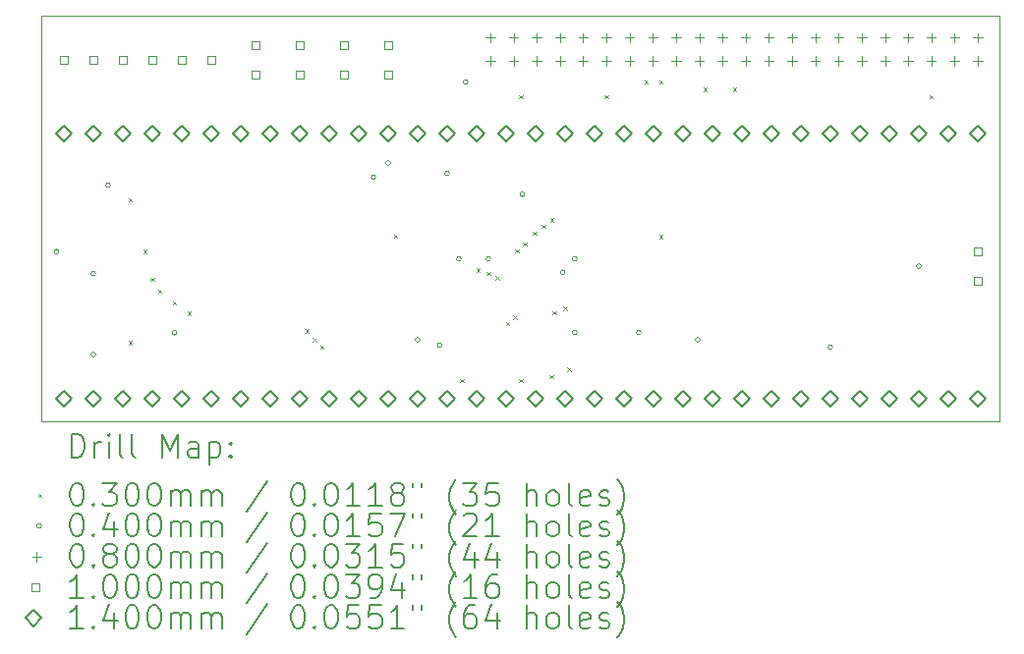
<source format=gbr>
%TF.GenerationSoftware,KiCad,Pcbnew,6.0.8-f2edbf62ab~116~ubuntu22.04.1*%
%TF.CreationDate,2022-10-12T20:14:17+02:00*%
%TF.ProjectId,a500-ide-ram,61353030-2d69-4646-952d-72616d2e6b69,0.2*%
%TF.SameCoordinates,Original*%
%TF.FileFunction,Drillmap*%
%TF.FilePolarity,Positive*%
%FSLAX45Y45*%
G04 Gerber Fmt 4.5, Leading zero omitted, Abs format (unit mm)*
G04 Created by KiCad (PCBNEW 6.0.8-f2edbf62ab~116~ubuntu22.04.1) date 2022-10-12 20:14:17*
%MOMM*%
%LPD*%
G01*
G04 APERTURE LIST*
%ADD10C,0.050000*%
%ADD11C,0.200000*%
%ADD12C,0.030000*%
%ADD13C,0.040000*%
%ADD14C,0.080000*%
%ADD15C,0.100000*%
%ADD16C,0.140000*%
G04 APERTURE END LIST*
D10*
X18669000Y-7558500D02*
X18669000Y-11051000D01*
X18669000Y-7558500D02*
X10414000Y-7558500D01*
X10414000Y-11051000D02*
X18669000Y-11051000D01*
X10414000Y-7558500D02*
X10414000Y-11051000D01*
D11*
D12*
X11161000Y-9130999D02*
X11191000Y-9160999D01*
X11191000Y-9130999D02*
X11161000Y-9160999D01*
X11161000Y-10362900D02*
X11191000Y-10392900D01*
X11191000Y-10362900D02*
X11161000Y-10392900D01*
X11288000Y-9575500D02*
X11318000Y-9605500D01*
X11318000Y-9575500D02*
X11288000Y-9605500D01*
X11349972Y-9816767D02*
X11379972Y-9846767D01*
X11379972Y-9816767D02*
X11349972Y-9846767D01*
X11415000Y-9918500D02*
X11445000Y-9948500D01*
X11445000Y-9918500D02*
X11415000Y-9948500D01*
X11542000Y-10018222D02*
X11572000Y-10048222D01*
X11572000Y-10018222D02*
X11542000Y-10048222D01*
X11669000Y-10105500D02*
X11699000Y-10135500D01*
X11699000Y-10105500D02*
X11669000Y-10135500D01*
X12685000Y-10261048D02*
X12715000Y-10291048D01*
X12715000Y-10261048D02*
X12685000Y-10291048D01*
X12748500Y-10337500D02*
X12778500Y-10367500D01*
X12778500Y-10337500D02*
X12748500Y-10367500D01*
X12812000Y-10401000D02*
X12842000Y-10431000D01*
X12842000Y-10401000D02*
X12812000Y-10431000D01*
X13447000Y-9442150D02*
X13477000Y-9472150D01*
X13477000Y-9442150D02*
X13447000Y-9472150D01*
X14018500Y-10688399D02*
X14048500Y-10718399D01*
X14048500Y-10688399D02*
X14018500Y-10718399D01*
X14158200Y-9734250D02*
X14188200Y-9764250D01*
X14188200Y-9734250D02*
X14158200Y-9764250D01*
X14247100Y-9766000D02*
X14277100Y-9796000D01*
X14277100Y-9766000D02*
X14247100Y-9796000D01*
X14323300Y-9804100D02*
X14353300Y-9834100D01*
X14353300Y-9804100D02*
X14323300Y-9834100D01*
X14412200Y-10197800D02*
X14442200Y-10227800D01*
X14442200Y-10197800D02*
X14412200Y-10227800D01*
X14475700Y-10140650D02*
X14505700Y-10170650D01*
X14505700Y-10140650D02*
X14475700Y-10170650D01*
X14494750Y-9569150D02*
X14524750Y-9599150D01*
X14524750Y-9569150D02*
X14494750Y-9599150D01*
X14526500Y-8240000D02*
X14556500Y-8270000D01*
X14556500Y-8240000D02*
X14526500Y-8270000D01*
X14526500Y-10688399D02*
X14556500Y-10718399D01*
X14556500Y-10688399D02*
X14526500Y-10718399D01*
X14558250Y-9512000D02*
X14588250Y-9542000D01*
X14588250Y-9512000D02*
X14558250Y-9542000D01*
X14647150Y-9416750D02*
X14677150Y-9446750D01*
X14677150Y-9416750D02*
X14647150Y-9446750D01*
X14723350Y-9359600D02*
X14753350Y-9389600D01*
X14753350Y-9359600D02*
X14723350Y-9389600D01*
X14791200Y-10653000D02*
X14821200Y-10683000D01*
X14821200Y-10653000D02*
X14791200Y-10683000D01*
X14793200Y-9302450D02*
X14823200Y-9332450D01*
X14823200Y-9302450D02*
X14793200Y-9332450D01*
X14812250Y-10102550D02*
X14842250Y-10132550D01*
X14842250Y-10102550D02*
X14812250Y-10132550D01*
X14907500Y-10064506D02*
X14937500Y-10094506D01*
X14937500Y-10064506D02*
X14907500Y-10094506D01*
X14939250Y-10591261D02*
X14969250Y-10621261D01*
X14969250Y-10591261D02*
X14939250Y-10621261D01*
X15263802Y-8240012D02*
X15293802Y-8270012D01*
X15293802Y-8240012D02*
X15263802Y-8270012D01*
X15606000Y-8115000D02*
X15636000Y-8145000D01*
X15636000Y-8115000D02*
X15606000Y-8145000D01*
X15733000Y-8115000D02*
X15763000Y-8145000D01*
X15763000Y-8115000D02*
X15733000Y-8145000D01*
X15733000Y-9448500D02*
X15763000Y-9478500D01*
X15763000Y-9448500D02*
X15733000Y-9478500D01*
X16114000Y-8178500D02*
X16144000Y-8208500D01*
X16144000Y-8178500D02*
X16114000Y-8208500D01*
X16368000Y-8178500D02*
X16398000Y-8208500D01*
X16398000Y-8178500D02*
X16368000Y-8208500D01*
X18062901Y-8242000D02*
X18092901Y-8272000D01*
X18092901Y-8242000D02*
X18062901Y-8272000D01*
D13*
X10561000Y-9590500D02*
G75*
G03*
X10561000Y-9590500I-20000J0D01*
G01*
X10878500Y-9781000D02*
G75*
G03*
X10878500Y-9781000I-20000J0D01*
G01*
X10878500Y-10479500D02*
G75*
G03*
X10878500Y-10479500I-20000J0D01*
G01*
X11005500Y-9019000D02*
G75*
G03*
X11005500Y-9019000I-20000J0D01*
G01*
X11577000Y-10289000D02*
G75*
G03*
X11577000Y-10289000I-20000J0D01*
G01*
X13291500Y-8950000D02*
G75*
G03*
X13291500Y-8950000I-20000J0D01*
G01*
X13418500Y-8828500D02*
G75*
G03*
X13418500Y-8828500I-20000J0D01*
G01*
X13672500Y-10352500D02*
G75*
G03*
X13672500Y-10352500I-20000J0D01*
G01*
X13863000Y-10397750D02*
G75*
G03*
X13863000Y-10397750I-20000J0D01*
G01*
X13926500Y-8917400D02*
G75*
G03*
X13926500Y-8917400I-20000J0D01*
G01*
X14028100Y-9654000D02*
G75*
G03*
X14028100Y-9654000I-20000J0D01*
G01*
X14085250Y-8130000D02*
G75*
G03*
X14085250Y-8130000I-20000J0D01*
G01*
X14282100Y-9653869D02*
G75*
G03*
X14282100Y-9653869I-20000J0D01*
G01*
X14574200Y-9095200D02*
G75*
G03*
X14574200Y-9095200I-20000J0D01*
G01*
X14923450Y-9768300D02*
G75*
G03*
X14923450Y-9768300I-20000J0D01*
G01*
X15025050Y-9654000D02*
G75*
G03*
X15025050Y-9654000I-20000J0D01*
G01*
X15025050Y-10289000D02*
G75*
G03*
X15025050Y-10289000I-20000J0D01*
G01*
X15577500Y-10289000D02*
G75*
G03*
X15577500Y-10289000I-20000J0D01*
G01*
X16085500Y-10352500D02*
G75*
G03*
X16085500Y-10352500I-20000J0D01*
G01*
X17228500Y-10416000D02*
G75*
G03*
X17228500Y-10416000I-20000J0D01*
G01*
X17990500Y-9717500D02*
G75*
G03*
X17990500Y-9717500I-20000J0D01*
G01*
D14*
X14278500Y-7707000D02*
X14278500Y-7787000D01*
X14238500Y-7747000D02*
X14318500Y-7747000D01*
X14278500Y-7907000D02*
X14278500Y-7987000D01*
X14238500Y-7947000D02*
X14318500Y-7947000D01*
X14478500Y-7707000D02*
X14478500Y-7787000D01*
X14438500Y-7747000D02*
X14518500Y-7747000D01*
X14478500Y-7907000D02*
X14478500Y-7987000D01*
X14438500Y-7947000D02*
X14518500Y-7947000D01*
X14678500Y-7707000D02*
X14678500Y-7787000D01*
X14638500Y-7747000D02*
X14718500Y-7747000D01*
X14678500Y-7907000D02*
X14678500Y-7987000D01*
X14638500Y-7947000D02*
X14718500Y-7947000D01*
X14878500Y-7707000D02*
X14878500Y-7787000D01*
X14838500Y-7747000D02*
X14918500Y-7747000D01*
X14878500Y-7907000D02*
X14878500Y-7987000D01*
X14838500Y-7947000D02*
X14918500Y-7947000D01*
X15078500Y-7707000D02*
X15078500Y-7787000D01*
X15038500Y-7747000D02*
X15118500Y-7747000D01*
X15078500Y-7907000D02*
X15078500Y-7987000D01*
X15038500Y-7947000D02*
X15118500Y-7947000D01*
X15278500Y-7707000D02*
X15278500Y-7787000D01*
X15238500Y-7747000D02*
X15318500Y-7747000D01*
X15278500Y-7907000D02*
X15278500Y-7987000D01*
X15238500Y-7947000D02*
X15318500Y-7947000D01*
X15478500Y-7707000D02*
X15478500Y-7787000D01*
X15438500Y-7747000D02*
X15518500Y-7747000D01*
X15478500Y-7907000D02*
X15478500Y-7987000D01*
X15438500Y-7947000D02*
X15518500Y-7947000D01*
X15678500Y-7707000D02*
X15678500Y-7787000D01*
X15638500Y-7747000D02*
X15718500Y-7747000D01*
X15678500Y-7907000D02*
X15678500Y-7987000D01*
X15638500Y-7947000D02*
X15718500Y-7947000D01*
X15878500Y-7707000D02*
X15878500Y-7787000D01*
X15838500Y-7747000D02*
X15918500Y-7747000D01*
X15878500Y-7907000D02*
X15878500Y-7987000D01*
X15838500Y-7947000D02*
X15918500Y-7947000D01*
X16078500Y-7707000D02*
X16078500Y-7787000D01*
X16038500Y-7747000D02*
X16118500Y-7747000D01*
X16078500Y-7907000D02*
X16078500Y-7987000D01*
X16038500Y-7947000D02*
X16118500Y-7947000D01*
X16278500Y-7707000D02*
X16278500Y-7787000D01*
X16238500Y-7747000D02*
X16318500Y-7747000D01*
X16278500Y-7907000D02*
X16278500Y-7987000D01*
X16238500Y-7947000D02*
X16318500Y-7947000D01*
X16478500Y-7707000D02*
X16478500Y-7787000D01*
X16438500Y-7747000D02*
X16518500Y-7747000D01*
X16478500Y-7907000D02*
X16478500Y-7987000D01*
X16438500Y-7947000D02*
X16518500Y-7947000D01*
X16678500Y-7707000D02*
X16678500Y-7787000D01*
X16638500Y-7747000D02*
X16718500Y-7747000D01*
X16678500Y-7907000D02*
X16678500Y-7987000D01*
X16638500Y-7947000D02*
X16718500Y-7947000D01*
X16878500Y-7707000D02*
X16878500Y-7787000D01*
X16838500Y-7747000D02*
X16918500Y-7747000D01*
X16878500Y-7907000D02*
X16878500Y-7987000D01*
X16838500Y-7947000D02*
X16918500Y-7947000D01*
X17078500Y-7707000D02*
X17078500Y-7787000D01*
X17038500Y-7747000D02*
X17118500Y-7747000D01*
X17078500Y-7907000D02*
X17078500Y-7987000D01*
X17038500Y-7947000D02*
X17118500Y-7947000D01*
X17278500Y-7707000D02*
X17278500Y-7787000D01*
X17238500Y-7747000D02*
X17318500Y-7747000D01*
X17278500Y-7907000D02*
X17278500Y-7987000D01*
X17238500Y-7947000D02*
X17318500Y-7947000D01*
X17478500Y-7707000D02*
X17478500Y-7787000D01*
X17438500Y-7747000D02*
X17518500Y-7747000D01*
X17478500Y-7907000D02*
X17478500Y-7987000D01*
X17438500Y-7947000D02*
X17518500Y-7947000D01*
X17678500Y-7707000D02*
X17678500Y-7787000D01*
X17638500Y-7747000D02*
X17718500Y-7747000D01*
X17678500Y-7907000D02*
X17678500Y-7987000D01*
X17638500Y-7947000D02*
X17718500Y-7947000D01*
X17878500Y-7707000D02*
X17878500Y-7787000D01*
X17838500Y-7747000D02*
X17918500Y-7747000D01*
X17878500Y-7907000D02*
X17878500Y-7987000D01*
X17838500Y-7947000D02*
X17918500Y-7947000D01*
X18078500Y-7707000D02*
X18078500Y-7787000D01*
X18038500Y-7747000D02*
X18118500Y-7747000D01*
X18078500Y-7907000D02*
X18078500Y-7987000D01*
X18038500Y-7947000D02*
X18118500Y-7947000D01*
X18278500Y-7707000D02*
X18278500Y-7787000D01*
X18238500Y-7747000D02*
X18318500Y-7747000D01*
X18278500Y-7907000D02*
X18278500Y-7987000D01*
X18238500Y-7947000D02*
X18318500Y-7947000D01*
X18478500Y-7707000D02*
X18478500Y-7787000D01*
X18438500Y-7747000D02*
X18518500Y-7747000D01*
X18478500Y-7907000D02*
X18478500Y-7987000D01*
X18438500Y-7947000D02*
X18518500Y-7947000D01*
D15*
X10639856Y-7972856D02*
X10639856Y-7902144D01*
X10569144Y-7902144D01*
X10569144Y-7972856D01*
X10639856Y-7972856D01*
X10893856Y-7972856D02*
X10893856Y-7902144D01*
X10823144Y-7902144D01*
X10823144Y-7972856D01*
X10893856Y-7972856D01*
X11147856Y-7972856D02*
X11147856Y-7902144D01*
X11077144Y-7902144D01*
X11077144Y-7972856D01*
X11147856Y-7972856D01*
X11401856Y-7972856D02*
X11401856Y-7902144D01*
X11331144Y-7902144D01*
X11331144Y-7972856D01*
X11401856Y-7972856D01*
X11655856Y-7972856D02*
X11655856Y-7902144D01*
X11585144Y-7902144D01*
X11585144Y-7972856D01*
X11655856Y-7972856D01*
X11909856Y-7972856D02*
X11909856Y-7902144D01*
X11839144Y-7902144D01*
X11839144Y-7972856D01*
X11909856Y-7972856D01*
X12290856Y-7847856D02*
X12290856Y-7777144D01*
X12220144Y-7777144D01*
X12220144Y-7847856D01*
X12290856Y-7847856D01*
X12290856Y-8101856D02*
X12290856Y-8031144D01*
X12220144Y-8031144D01*
X12220144Y-8101856D01*
X12290856Y-8101856D01*
X12671856Y-7847856D02*
X12671856Y-7777144D01*
X12601144Y-7777144D01*
X12601144Y-7847856D01*
X12671856Y-7847856D01*
X12671856Y-8101856D02*
X12671856Y-8031144D01*
X12601144Y-8031144D01*
X12601144Y-8101856D01*
X12671856Y-8101856D01*
X13052856Y-7847856D02*
X13052856Y-7777144D01*
X12982144Y-7777144D01*
X12982144Y-7847856D01*
X13052856Y-7847856D01*
X13052856Y-8101856D02*
X13052856Y-8031144D01*
X12982144Y-8031144D01*
X12982144Y-8101856D01*
X13052856Y-8101856D01*
X13433856Y-7847856D02*
X13433856Y-7777144D01*
X13363144Y-7777144D01*
X13363144Y-7847856D01*
X13433856Y-7847856D01*
X13433856Y-8101856D02*
X13433856Y-8031144D01*
X13363144Y-8031144D01*
X13363144Y-8101856D01*
X13433856Y-8101856D01*
X18513856Y-9625856D02*
X18513856Y-9555144D01*
X18443144Y-9555144D01*
X18443144Y-9625856D01*
X18513856Y-9625856D01*
X18513856Y-9879856D02*
X18513856Y-9809144D01*
X18443144Y-9809144D01*
X18443144Y-9879856D01*
X18513856Y-9879856D01*
D16*
X10604500Y-8644500D02*
X10674500Y-8574500D01*
X10604500Y-8504500D01*
X10534500Y-8574500D01*
X10604500Y-8644500D01*
X10604500Y-10930500D02*
X10674500Y-10860500D01*
X10604500Y-10790500D01*
X10534500Y-10860500D01*
X10604500Y-10930500D01*
X10858500Y-8644500D02*
X10928500Y-8574500D01*
X10858500Y-8504500D01*
X10788500Y-8574500D01*
X10858500Y-8644500D01*
X10858500Y-10930500D02*
X10928500Y-10860500D01*
X10858500Y-10790500D01*
X10788500Y-10860500D01*
X10858500Y-10930500D01*
X11112500Y-8644500D02*
X11182500Y-8574500D01*
X11112500Y-8504500D01*
X11042500Y-8574500D01*
X11112500Y-8644500D01*
X11112500Y-10930500D02*
X11182500Y-10860500D01*
X11112500Y-10790500D01*
X11042500Y-10860500D01*
X11112500Y-10930500D01*
X11366500Y-8644500D02*
X11436500Y-8574500D01*
X11366500Y-8504500D01*
X11296500Y-8574500D01*
X11366500Y-8644500D01*
X11366500Y-10930500D02*
X11436500Y-10860500D01*
X11366500Y-10790500D01*
X11296500Y-10860500D01*
X11366500Y-10930500D01*
X11620500Y-8644500D02*
X11690500Y-8574500D01*
X11620500Y-8504500D01*
X11550500Y-8574500D01*
X11620500Y-8644500D01*
X11620500Y-10930500D02*
X11690500Y-10860500D01*
X11620500Y-10790500D01*
X11550500Y-10860500D01*
X11620500Y-10930500D01*
X11874500Y-8644500D02*
X11944500Y-8574500D01*
X11874500Y-8504500D01*
X11804500Y-8574500D01*
X11874500Y-8644500D01*
X11874500Y-10930500D02*
X11944500Y-10860500D01*
X11874500Y-10790500D01*
X11804500Y-10860500D01*
X11874500Y-10930500D01*
X12128500Y-8644500D02*
X12198500Y-8574500D01*
X12128500Y-8504500D01*
X12058500Y-8574500D01*
X12128500Y-8644500D01*
X12128500Y-10930500D02*
X12198500Y-10860500D01*
X12128500Y-10790500D01*
X12058500Y-10860500D01*
X12128500Y-10930500D01*
X12382500Y-8644500D02*
X12452500Y-8574500D01*
X12382500Y-8504500D01*
X12312500Y-8574500D01*
X12382500Y-8644500D01*
X12382500Y-10930500D02*
X12452500Y-10860500D01*
X12382500Y-10790500D01*
X12312500Y-10860500D01*
X12382500Y-10930500D01*
X12636500Y-8644500D02*
X12706500Y-8574500D01*
X12636500Y-8504500D01*
X12566500Y-8574500D01*
X12636500Y-8644500D01*
X12636500Y-10930500D02*
X12706500Y-10860500D01*
X12636500Y-10790500D01*
X12566500Y-10860500D01*
X12636500Y-10930500D01*
X12890500Y-8644500D02*
X12960500Y-8574500D01*
X12890500Y-8504500D01*
X12820500Y-8574500D01*
X12890500Y-8644500D01*
X12890500Y-10930500D02*
X12960500Y-10860500D01*
X12890500Y-10790500D01*
X12820500Y-10860500D01*
X12890500Y-10930500D01*
X13144500Y-8644500D02*
X13214500Y-8574500D01*
X13144500Y-8504500D01*
X13074500Y-8574500D01*
X13144500Y-8644500D01*
X13144500Y-10930500D02*
X13214500Y-10860500D01*
X13144500Y-10790500D01*
X13074500Y-10860500D01*
X13144500Y-10930500D01*
X13398500Y-8644500D02*
X13468500Y-8574500D01*
X13398500Y-8504500D01*
X13328500Y-8574500D01*
X13398500Y-8644500D01*
X13398500Y-10930500D02*
X13468500Y-10860500D01*
X13398500Y-10790500D01*
X13328500Y-10860500D01*
X13398500Y-10930500D01*
X13652500Y-8644500D02*
X13722500Y-8574500D01*
X13652500Y-8504500D01*
X13582500Y-8574500D01*
X13652500Y-8644500D01*
X13652500Y-10930500D02*
X13722500Y-10860500D01*
X13652500Y-10790500D01*
X13582500Y-10860500D01*
X13652500Y-10930500D01*
X13906500Y-8644500D02*
X13976500Y-8574500D01*
X13906500Y-8504500D01*
X13836500Y-8574500D01*
X13906500Y-8644500D01*
X13906500Y-10930500D02*
X13976500Y-10860500D01*
X13906500Y-10790500D01*
X13836500Y-10860500D01*
X13906500Y-10930500D01*
X14160500Y-8644500D02*
X14230500Y-8574500D01*
X14160500Y-8504500D01*
X14090500Y-8574500D01*
X14160500Y-8644500D01*
X14160500Y-10930500D02*
X14230500Y-10860500D01*
X14160500Y-10790500D01*
X14090500Y-10860500D01*
X14160500Y-10930500D01*
X14414500Y-8644500D02*
X14484500Y-8574500D01*
X14414500Y-8504500D01*
X14344500Y-8574500D01*
X14414500Y-8644500D01*
X14414500Y-10930500D02*
X14484500Y-10860500D01*
X14414500Y-10790500D01*
X14344500Y-10860500D01*
X14414500Y-10930500D01*
X14668500Y-8644500D02*
X14738500Y-8574500D01*
X14668500Y-8504500D01*
X14598500Y-8574500D01*
X14668500Y-8644500D01*
X14668500Y-10930500D02*
X14738500Y-10860500D01*
X14668500Y-10790500D01*
X14598500Y-10860500D01*
X14668500Y-10930500D01*
X14922500Y-8644500D02*
X14992500Y-8574500D01*
X14922500Y-8504500D01*
X14852500Y-8574500D01*
X14922500Y-8644500D01*
X14922500Y-10930500D02*
X14992500Y-10860500D01*
X14922500Y-10790500D01*
X14852500Y-10860500D01*
X14922500Y-10930500D01*
X15176500Y-8644500D02*
X15246500Y-8574500D01*
X15176500Y-8504500D01*
X15106500Y-8574500D01*
X15176500Y-8644500D01*
X15176500Y-10930500D02*
X15246500Y-10860500D01*
X15176500Y-10790500D01*
X15106500Y-10860500D01*
X15176500Y-10930500D01*
X15430500Y-8644500D02*
X15500500Y-8574500D01*
X15430500Y-8504500D01*
X15360500Y-8574500D01*
X15430500Y-8644500D01*
X15430500Y-10930500D02*
X15500500Y-10860500D01*
X15430500Y-10790500D01*
X15360500Y-10860500D01*
X15430500Y-10930500D01*
X15684500Y-8644500D02*
X15754500Y-8574500D01*
X15684500Y-8504500D01*
X15614500Y-8574500D01*
X15684500Y-8644500D01*
X15684500Y-10930500D02*
X15754500Y-10860500D01*
X15684500Y-10790500D01*
X15614500Y-10860500D01*
X15684500Y-10930500D01*
X15938500Y-8644500D02*
X16008500Y-8574500D01*
X15938500Y-8504500D01*
X15868500Y-8574500D01*
X15938500Y-8644500D01*
X15938500Y-10930500D02*
X16008500Y-10860500D01*
X15938500Y-10790500D01*
X15868500Y-10860500D01*
X15938500Y-10930500D01*
X16192500Y-8644500D02*
X16262500Y-8574500D01*
X16192500Y-8504500D01*
X16122500Y-8574500D01*
X16192500Y-8644500D01*
X16192500Y-10930500D02*
X16262500Y-10860500D01*
X16192500Y-10790500D01*
X16122500Y-10860500D01*
X16192500Y-10930500D01*
X16446500Y-8644500D02*
X16516500Y-8574500D01*
X16446500Y-8504500D01*
X16376500Y-8574500D01*
X16446500Y-8644500D01*
X16446500Y-10930500D02*
X16516500Y-10860500D01*
X16446500Y-10790500D01*
X16376500Y-10860500D01*
X16446500Y-10930500D01*
X16700500Y-8644500D02*
X16770500Y-8574500D01*
X16700500Y-8504500D01*
X16630500Y-8574500D01*
X16700500Y-8644500D01*
X16700500Y-10930500D02*
X16770500Y-10860500D01*
X16700500Y-10790500D01*
X16630500Y-10860500D01*
X16700500Y-10930500D01*
X16954500Y-8644500D02*
X17024500Y-8574500D01*
X16954500Y-8504500D01*
X16884500Y-8574500D01*
X16954500Y-8644500D01*
X16954500Y-10930500D02*
X17024500Y-10860500D01*
X16954500Y-10790500D01*
X16884500Y-10860500D01*
X16954500Y-10930500D01*
X17208500Y-8644500D02*
X17278500Y-8574500D01*
X17208500Y-8504500D01*
X17138500Y-8574500D01*
X17208500Y-8644500D01*
X17208500Y-10930500D02*
X17278500Y-10860500D01*
X17208500Y-10790500D01*
X17138500Y-10860500D01*
X17208500Y-10930500D01*
X17462500Y-8644500D02*
X17532500Y-8574500D01*
X17462500Y-8504500D01*
X17392500Y-8574500D01*
X17462500Y-8644500D01*
X17462500Y-10930500D02*
X17532500Y-10860500D01*
X17462500Y-10790500D01*
X17392500Y-10860500D01*
X17462500Y-10930500D01*
X17716500Y-8644500D02*
X17786500Y-8574500D01*
X17716500Y-8504500D01*
X17646500Y-8574500D01*
X17716500Y-8644500D01*
X17716500Y-10930500D02*
X17786500Y-10860500D01*
X17716500Y-10790500D01*
X17646500Y-10860500D01*
X17716500Y-10930500D01*
X17970500Y-8644500D02*
X18040500Y-8574500D01*
X17970500Y-8504500D01*
X17900500Y-8574500D01*
X17970500Y-8644500D01*
X17970500Y-10930500D02*
X18040500Y-10860500D01*
X17970500Y-10790500D01*
X17900500Y-10860500D01*
X17970500Y-10930500D01*
X18224500Y-8644500D02*
X18294500Y-8574500D01*
X18224500Y-8504500D01*
X18154500Y-8574500D01*
X18224500Y-8644500D01*
X18224500Y-10930500D02*
X18294500Y-10860500D01*
X18224500Y-10790500D01*
X18154500Y-10860500D01*
X18224500Y-10930500D01*
X18478500Y-8644500D02*
X18548500Y-8574500D01*
X18478500Y-8504500D01*
X18408500Y-8574500D01*
X18478500Y-8644500D01*
X18478500Y-10930500D02*
X18548500Y-10860500D01*
X18478500Y-10790500D01*
X18408500Y-10860500D01*
X18478500Y-10930500D01*
D11*
X10669119Y-11363976D02*
X10669119Y-11163976D01*
X10716738Y-11163976D01*
X10745310Y-11173500D01*
X10764357Y-11192548D01*
X10773881Y-11211595D01*
X10783405Y-11249690D01*
X10783405Y-11278262D01*
X10773881Y-11316357D01*
X10764357Y-11335405D01*
X10745310Y-11354452D01*
X10716738Y-11363976D01*
X10669119Y-11363976D01*
X10869119Y-11363976D02*
X10869119Y-11230643D01*
X10869119Y-11268738D02*
X10878643Y-11249690D01*
X10888167Y-11240167D01*
X10907214Y-11230643D01*
X10926262Y-11230643D01*
X10992929Y-11363976D02*
X10992929Y-11230643D01*
X10992929Y-11163976D02*
X10983405Y-11173500D01*
X10992929Y-11183024D01*
X11002452Y-11173500D01*
X10992929Y-11163976D01*
X10992929Y-11183024D01*
X11116738Y-11363976D02*
X11097690Y-11354452D01*
X11088167Y-11335405D01*
X11088167Y-11163976D01*
X11221500Y-11363976D02*
X11202452Y-11354452D01*
X11192928Y-11335405D01*
X11192928Y-11163976D01*
X11450071Y-11363976D02*
X11450071Y-11163976D01*
X11516738Y-11306833D01*
X11583405Y-11163976D01*
X11583405Y-11363976D01*
X11764357Y-11363976D02*
X11764357Y-11259214D01*
X11754833Y-11240167D01*
X11735786Y-11230643D01*
X11697690Y-11230643D01*
X11678643Y-11240167D01*
X11764357Y-11354452D02*
X11745309Y-11363976D01*
X11697690Y-11363976D01*
X11678643Y-11354452D01*
X11669119Y-11335405D01*
X11669119Y-11316357D01*
X11678643Y-11297309D01*
X11697690Y-11287786D01*
X11745309Y-11287786D01*
X11764357Y-11278262D01*
X11859595Y-11230643D02*
X11859595Y-11430643D01*
X11859595Y-11240167D02*
X11878643Y-11230643D01*
X11916738Y-11230643D01*
X11935786Y-11240167D01*
X11945309Y-11249690D01*
X11954833Y-11268738D01*
X11954833Y-11325881D01*
X11945309Y-11344928D01*
X11935786Y-11354452D01*
X11916738Y-11363976D01*
X11878643Y-11363976D01*
X11859595Y-11354452D01*
X12040548Y-11344928D02*
X12050071Y-11354452D01*
X12040548Y-11363976D01*
X12031024Y-11354452D01*
X12040548Y-11344928D01*
X12040548Y-11363976D01*
X12040548Y-11240167D02*
X12050071Y-11249690D01*
X12040548Y-11259214D01*
X12031024Y-11249690D01*
X12040548Y-11240167D01*
X12040548Y-11259214D01*
D12*
X10381500Y-11678500D02*
X10411500Y-11708500D01*
X10411500Y-11678500D02*
X10381500Y-11708500D01*
D11*
X10707214Y-11583976D02*
X10726262Y-11583976D01*
X10745310Y-11593500D01*
X10754833Y-11603024D01*
X10764357Y-11622071D01*
X10773881Y-11660167D01*
X10773881Y-11707786D01*
X10764357Y-11745881D01*
X10754833Y-11764928D01*
X10745310Y-11774452D01*
X10726262Y-11783976D01*
X10707214Y-11783976D01*
X10688167Y-11774452D01*
X10678643Y-11764928D01*
X10669119Y-11745881D01*
X10659595Y-11707786D01*
X10659595Y-11660167D01*
X10669119Y-11622071D01*
X10678643Y-11603024D01*
X10688167Y-11593500D01*
X10707214Y-11583976D01*
X10859595Y-11764928D02*
X10869119Y-11774452D01*
X10859595Y-11783976D01*
X10850071Y-11774452D01*
X10859595Y-11764928D01*
X10859595Y-11783976D01*
X10935786Y-11583976D02*
X11059595Y-11583976D01*
X10992929Y-11660167D01*
X11021500Y-11660167D01*
X11040548Y-11669690D01*
X11050071Y-11679214D01*
X11059595Y-11698262D01*
X11059595Y-11745881D01*
X11050071Y-11764928D01*
X11040548Y-11774452D01*
X11021500Y-11783976D01*
X10964357Y-11783976D01*
X10945310Y-11774452D01*
X10935786Y-11764928D01*
X11183405Y-11583976D02*
X11202452Y-11583976D01*
X11221500Y-11593500D01*
X11231024Y-11603024D01*
X11240548Y-11622071D01*
X11250071Y-11660167D01*
X11250071Y-11707786D01*
X11240548Y-11745881D01*
X11231024Y-11764928D01*
X11221500Y-11774452D01*
X11202452Y-11783976D01*
X11183405Y-11783976D01*
X11164357Y-11774452D01*
X11154833Y-11764928D01*
X11145310Y-11745881D01*
X11135786Y-11707786D01*
X11135786Y-11660167D01*
X11145310Y-11622071D01*
X11154833Y-11603024D01*
X11164357Y-11593500D01*
X11183405Y-11583976D01*
X11373881Y-11583976D02*
X11392928Y-11583976D01*
X11411976Y-11593500D01*
X11421500Y-11603024D01*
X11431024Y-11622071D01*
X11440548Y-11660167D01*
X11440548Y-11707786D01*
X11431024Y-11745881D01*
X11421500Y-11764928D01*
X11411976Y-11774452D01*
X11392928Y-11783976D01*
X11373881Y-11783976D01*
X11354833Y-11774452D01*
X11345309Y-11764928D01*
X11335786Y-11745881D01*
X11326262Y-11707786D01*
X11326262Y-11660167D01*
X11335786Y-11622071D01*
X11345309Y-11603024D01*
X11354833Y-11593500D01*
X11373881Y-11583976D01*
X11526262Y-11783976D02*
X11526262Y-11650643D01*
X11526262Y-11669690D02*
X11535786Y-11660167D01*
X11554833Y-11650643D01*
X11583405Y-11650643D01*
X11602452Y-11660167D01*
X11611976Y-11679214D01*
X11611976Y-11783976D01*
X11611976Y-11679214D02*
X11621500Y-11660167D01*
X11640548Y-11650643D01*
X11669119Y-11650643D01*
X11688167Y-11660167D01*
X11697690Y-11679214D01*
X11697690Y-11783976D01*
X11792928Y-11783976D02*
X11792928Y-11650643D01*
X11792928Y-11669690D02*
X11802452Y-11660167D01*
X11821500Y-11650643D01*
X11850071Y-11650643D01*
X11869119Y-11660167D01*
X11878643Y-11679214D01*
X11878643Y-11783976D01*
X11878643Y-11679214D02*
X11888167Y-11660167D01*
X11907214Y-11650643D01*
X11935786Y-11650643D01*
X11954833Y-11660167D01*
X11964357Y-11679214D01*
X11964357Y-11783976D01*
X12354833Y-11574452D02*
X12183405Y-11831595D01*
X12611976Y-11583976D02*
X12631024Y-11583976D01*
X12650071Y-11593500D01*
X12659595Y-11603024D01*
X12669119Y-11622071D01*
X12678643Y-11660167D01*
X12678643Y-11707786D01*
X12669119Y-11745881D01*
X12659595Y-11764928D01*
X12650071Y-11774452D01*
X12631024Y-11783976D01*
X12611976Y-11783976D01*
X12592928Y-11774452D01*
X12583405Y-11764928D01*
X12573881Y-11745881D01*
X12564357Y-11707786D01*
X12564357Y-11660167D01*
X12573881Y-11622071D01*
X12583405Y-11603024D01*
X12592928Y-11593500D01*
X12611976Y-11583976D01*
X12764357Y-11764928D02*
X12773881Y-11774452D01*
X12764357Y-11783976D01*
X12754833Y-11774452D01*
X12764357Y-11764928D01*
X12764357Y-11783976D01*
X12897690Y-11583976D02*
X12916738Y-11583976D01*
X12935786Y-11593500D01*
X12945309Y-11603024D01*
X12954833Y-11622071D01*
X12964357Y-11660167D01*
X12964357Y-11707786D01*
X12954833Y-11745881D01*
X12945309Y-11764928D01*
X12935786Y-11774452D01*
X12916738Y-11783976D01*
X12897690Y-11783976D01*
X12878643Y-11774452D01*
X12869119Y-11764928D01*
X12859595Y-11745881D01*
X12850071Y-11707786D01*
X12850071Y-11660167D01*
X12859595Y-11622071D01*
X12869119Y-11603024D01*
X12878643Y-11593500D01*
X12897690Y-11583976D01*
X13154833Y-11783976D02*
X13040548Y-11783976D01*
X13097690Y-11783976D02*
X13097690Y-11583976D01*
X13078643Y-11612548D01*
X13059595Y-11631595D01*
X13040548Y-11641119D01*
X13345309Y-11783976D02*
X13231024Y-11783976D01*
X13288167Y-11783976D02*
X13288167Y-11583976D01*
X13269119Y-11612548D01*
X13250071Y-11631595D01*
X13231024Y-11641119D01*
X13459595Y-11669690D02*
X13440548Y-11660167D01*
X13431024Y-11650643D01*
X13421500Y-11631595D01*
X13421500Y-11622071D01*
X13431024Y-11603024D01*
X13440548Y-11593500D01*
X13459595Y-11583976D01*
X13497690Y-11583976D01*
X13516738Y-11593500D01*
X13526262Y-11603024D01*
X13535786Y-11622071D01*
X13535786Y-11631595D01*
X13526262Y-11650643D01*
X13516738Y-11660167D01*
X13497690Y-11669690D01*
X13459595Y-11669690D01*
X13440548Y-11679214D01*
X13431024Y-11688738D01*
X13421500Y-11707786D01*
X13421500Y-11745881D01*
X13431024Y-11764928D01*
X13440548Y-11774452D01*
X13459595Y-11783976D01*
X13497690Y-11783976D01*
X13516738Y-11774452D01*
X13526262Y-11764928D01*
X13535786Y-11745881D01*
X13535786Y-11707786D01*
X13526262Y-11688738D01*
X13516738Y-11679214D01*
X13497690Y-11669690D01*
X13611976Y-11583976D02*
X13611976Y-11622071D01*
X13688167Y-11583976D02*
X13688167Y-11622071D01*
X13983405Y-11860167D02*
X13973881Y-11850643D01*
X13954833Y-11822071D01*
X13945309Y-11803024D01*
X13935786Y-11774452D01*
X13926262Y-11726833D01*
X13926262Y-11688738D01*
X13935786Y-11641119D01*
X13945309Y-11612548D01*
X13954833Y-11593500D01*
X13973881Y-11564928D01*
X13983405Y-11555405D01*
X14040548Y-11583976D02*
X14164357Y-11583976D01*
X14097690Y-11660167D01*
X14126262Y-11660167D01*
X14145309Y-11669690D01*
X14154833Y-11679214D01*
X14164357Y-11698262D01*
X14164357Y-11745881D01*
X14154833Y-11764928D01*
X14145309Y-11774452D01*
X14126262Y-11783976D01*
X14069119Y-11783976D01*
X14050071Y-11774452D01*
X14040548Y-11764928D01*
X14345309Y-11583976D02*
X14250071Y-11583976D01*
X14240548Y-11679214D01*
X14250071Y-11669690D01*
X14269119Y-11660167D01*
X14316738Y-11660167D01*
X14335786Y-11669690D01*
X14345309Y-11679214D01*
X14354833Y-11698262D01*
X14354833Y-11745881D01*
X14345309Y-11764928D01*
X14335786Y-11774452D01*
X14316738Y-11783976D01*
X14269119Y-11783976D01*
X14250071Y-11774452D01*
X14240548Y-11764928D01*
X14592928Y-11783976D02*
X14592928Y-11583976D01*
X14678643Y-11783976D02*
X14678643Y-11679214D01*
X14669119Y-11660167D01*
X14650071Y-11650643D01*
X14621500Y-11650643D01*
X14602452Y-11660167D01*
X14592928Y-11669690D01*
X14802452Y-11783976D02*
X14783405Y-11774452D01*
X14773881Y-11764928D01*
X14764357Y-11745881D01*
X14764357Y-11688738D01*
X14773881Y-11669690D01*
X14783405Y-11660167D01*
X14802452Y-11650643D01*
X14831024Y-11650643D01*
X14850071Y-11660167D01*
X14859595Y-11669690D01*
X14869119Y-11688738D01*
X14869119Y-11745881D01*
X14859595Y-11764928D01*
X14850071Y-11774452D01*
X14831024Y-11783976D01*
X14802452Y-11783976D01*
X14983405Y-11783976D02*
X14964357Y-11774452D01*
X14954833Y-11755405D01*
X14954833Y-11583976D01*
X15135786Y-11774452D02*
X15116738Y-11783976D01*
X15078643Y-11783976D01*
X15059595Y-11774452D01*
X15050071Y-11755405D01*
X15050071Y-11679214D01*
X15059595Y-11660167D01*
X15078643Y-11650643D01*
X15116738Y-11650643D01*
X15135786Y-11660167D01*
X15145309Y-11679214D01*
X15145309Y-11698262D01*
X15050071Y-11717309D01*
X15221500Y-11774452D02*
X15240548Y-11783976D01*
X15278643Y-11783976D01*
X15297690Y-11774452D01*
X15307214Y-11755405D01*
X15307214Y-11745881D01*
X15297690Y-11726833D01*
X15278643Y-11717309D01*
X15250071Y-11717309D01*
X15231024Y-11707786D01*
X15221500Y-11688738D01*
X15221500Y-11679214D01*
X15231024Y-11660167D01*
X15250071Y-11650643D01*
X15278643Y-11650643D01*
X15297690Y-11660167D01*
X15373881Y-11860167D02*
X15383405Y-11850643D01*
X15402452Y-11822071D01*
X15411976Y-11803024D01*
X15421500Y-11774452D01*
X15431024Y-11726833D01*
X15431024Y-11688738D01*
X15421500Y-11641119D01*
X15411976Y-11612548D01*
X15402452Y-11593500D01*
X15383405Y-11564928D01*
X15373881Y-11555405D01*
D13*
X10411500Y-11957500D02*
G75*
G03*
X10411500Y-11957500I-20000J0D01*
G01*
D11*
X10707214Y-11847976D02*
X10726262Y-11847976D01*
X10745310Y-11857500D01*
X10754833Y-11867024D01*
X10764357Y-11886071D01*
X10773881Y-11924167D01*
X10773881Y-11971786D01*
X10764357Y-12009881D01*
X10754833Y-12028928D01*
X10745310Y-12038452D01*
X10726262Y-12047976D01*
X10707214Y-12047976D01*
X10688167Y-12038452D01*
X10678643Y-12028928D01*
X10669119Y-12009881D01*
X10659595Y-11971786D01*
X10659595Y-11924167D01*
X10669119Y-11886071D01*
X10678643Y-11867024D01*
X10688167Y-11857500D01*
X10707214Y-11847976D01*
X10859595Y-12028928D02*
X10869119Y-12038452D01*
X10859595Y-12047976D01*
X10850071Y-12038452D01*
X10859595Y-12028928D01*
X10859595Y-12047976D01*
X11040548Y-11914643D02*
X11040548Y-12047976D01*
X10992929Y-11838452D02*
X10945310Y-11981309D01*
X11069119Y-11981309D01*
X11183405Y-11847976D02*
X11202452Y-11847976D01*
X11221500Y-11857500D01*
X11231024Y-11867024D01*
X11240548Y-11886071D01*
X11250071Y-11924167D01*
X11250071Y-11971786D01*
X11240548Y-12009881D01*
X11231024Y-12028928D01*
X11221500Y-12038452D01*
X11202452Y-12047976D01*
X11183405Y-12047976D01*
X11164357Y-12038452D01*
X11154833Y-12028928D01*
X11145310Y-12009881D01*
X11135786Y-11971786D01*
X11135786Y-11924167D01*
X11145310Y-11886071D01*
X11154833Y-11867024D01*
X11164357Y-11857500D01*
X11183405Y-11847976D01*
X11373881Y-11847976D02*
X11392928Y-11847976D01*
X11411976Y-11857500D01*
X11421500Y-11867024D01*
X11431024Y-11886071D01*
X11440548Y-11924167D01*
X11440548Y-11971786D01*
X11431024Y-12009881D01*
X11421500Y-12028928D01*
X11411976Y-12038452D01*
X11392928Y-12047976D01*
X11373881Y-12047976D01*
X11354833Y-12038452D01*
X11345309Y-12028928D01*
X11335786Y-12009881D01*
X11326262Y-11971786D01*
X11326262Y-11924167D01*
X11335786Y-11886071D01*
X11345309Y-11867024D01*
X11354833Y-11857500D01*
X11373881Y-11847976D01*
X11526262Y-12047976D02*
X11526262Y-11914643D01*
X11526262Y-11933690D02*
X11535786Y-11924167D01*
X11554833Y-11914643D01*
X11583405Y-11914643D01*
X11602452Y-11924167D01*
X11611976Y-11943214D01*
X11611976Y-12047976D01*
X11611976Y-11943214D02*
X11621500Y-11924167D01*
X11640548Y-11914643D01*
X11669119Y-11914643D01*
X11688167Y-11924167D01*
X11697690Y-11943214D01*
X11697690Y-12047976D01*
X11792928Y-12047976D02*
X11792928Y-11914643D01*
X11792928Y-11933690D02*
X11802452Y-11924167D01*
X11821500Y-11914643D01*
X11850071Y-11914643D01*
X11869119Y-11924167D01*
X11878643Y-11943214D01*
X11878643Y-12047976D01*
X11878643Y-11943214D02*
X11888167Y-11924167D01*
X11907214Y-11914643D01*
X11935786Y-11914643D01*
X11954833Y-11924167D01*
X11964357Y-11943214D01*
X11964357Y-12047976D01*
X12354833Y-11838452D02*
X12183405Y-12095595D01*
X12611976Y-11847976D02*
X12631024Y-11847976D01*
X12650071Y-11857500D01*
X12659595Y-11867024D01*
X12669119Y-11886071D01*
X12678643Y-11924167D01*
X12678643Y-11971786D01*
X12669119Y-12009881D01*
X12659595Y-12028928D01*
X12650071Y-12038452D01*
X12631024Y-12047976D01*
X12611976Y-12047976D01*
X12592928Y-12038452D01*
X12583405Y-12028928D01*
X12573881Y-12009881D01*
X12564357Y-11971786D01*
X12564357Y-11924167D01*
X12573881Y-11886071D01*
X12583405Y-11867024D01*
X12592928Y-11857500D01*
X12611976Y-11847976D01*
X12764357Y-12028928D02*
X12773881Y-12038452D01*
X12764357Y-12047976D01*
X12754833Y-12038452D01*
X12764357Y-12028928D01*
X12764357Y-12047976D01*
X12897690Y-11847976D02*
X12916738Y-11847976D01*
X12935786Y-11857500D01*
X12945309Y-11867024D01*
X12954833Y-11886071D01*
X12964357Y-11924167D01*
X12964357Y-11971786D01*
X12954833Y-12009881D01*
X12945309Y-12028928D01*
X12935786Y-12038452D01*
X12916738Y-12047976D01*
X12897690Y-12047976D01*
X12878643Y-12038452D01*
X12869119Y-12028928D01*
X12859595Y-12009881D01*
X12850071Y-11971786D01*
X12850071Y-11924167D01*
X12859595Y-11886071D01*
X12869119Y-11867024D01*
X12878643Y-11857500D01*
X12897690Y-11847976D01*
X13154833Y-12047976D02*
X13040548Y-12047976D01*
X13097690Y-12047976D02*
X13097690Y-11847976D01*
X13078643Y-11876548D01*
X13059595Y-11895595D01*
X13040548Y-11905119D01*
X13335786Y-11847976D02*
X13240548Y-11847976D01*
X13231024Y-11943214D01*
X13240548Y-11933690D01*
X13259595Y-11924167D01*
X13307214Y-11924167D01*
X13326262Y-11933690D01*
X13335786Y-11943214D01*
X13345309Y-11962262D01*
X13345309Y-12009881D01*
X13335786Y-12028928D01*
X13326262Y-12038452D01*
X13307214Y-12047976D01*
X13259595Y-12047976D01*
X13240548Y-12038452D01*
X13231024Y-12028928D01*
X13411976Y-11847976D02*
X13545309Y-11847976D01*
X13459595Y-12047976D01*
X13611976Y-11847976D02*
X13611976Y-11886071D01*
X13688167Y-11847976D02*
X13688167Y-11886071D01*
X13983405Y-12124167D02*
X13973881Y-12114643D01*
X13954833Y-12086071D01*
X13945309Y-12067024D01*
X13935786Y-12038452D01*
X13926262Y-11990833D01*
X13926262Y-11952738D01*
X13935786Y-11905119D01*
X13945309Y-11876548D01*
X13954833Y-11857500D01*
X13973881Y-11828928D01*
X13983405Y-11819405D01*
X14050071Y-11867024D02*
X14059595Y-11857500D01*
X14078643Y-11847976D01*
X14126262Y-11847976D01*
X14145309Y-11857500D01*
X14154833Y-11867024D01*
X14164357Y-11886071D01*
X14164357Y-11905119D01*
X14154833Y-11933690D01*
X14040548Y-12047976D01*
X14164357Y-12047976D01*
X14354833Y-12047976D02*
X14240548Y-12047976D01*
X14297690Y-12047976D02*
X14297690Y-11847976D01*
X14278643Y-11876548D01*
X14259595Y-11895595D01*
X14240548Y-11905119D01*
X14592928Y-12047976D02*
X14592928Y-11847976D01*
X14678643Y-12047976D02*
X14678643Y-11943214D01*
X14669119Y-11924167D01*
X14650071Y-11914643D01*
X14621500Y-11914643D01*
X14602452Y-11924167D01*
X14592928Y-11933690D01*
X14802452Y-12047976D02*
X14783405Y-12038452D01*
X14773881Y-12028928D01*
X14764357Y-12009881D01*
X14764357Y-11952738D01*
X14773881Y-11933690D01*
X14783405Y-11924167D01*
X14802452Y-11914643D01*
X14831024Y-11914643D01*
X14850071Y-11924167D01*
X14859595Y-11933690D01*
X14869119Y-11952738D01*
X14869119Y-12009881D01*
X14859595Y-12028928D01*
X14850071Y-12038452D01*
X14831024Y-12047976D01*
X14802452Y-12047976D01*
X14983405Y-12047976D02*
X14964357Y-12038452D01*
X14954833Y-12019405D01*
X14954833Y-11847976D01*
X15135786Y-12038452D02*
X15116738Y-12047976D01*
X15078643Y-12047976D01*
X15059595Y-12038452D01*
X15050071Y-12019405D01*
X15050071Y-11943214D01*
X15059595Y-11924167D01*
X15078643Y-11914643D01*
X15116738Y-11914643D01*
X15135786Y-11924167D01*
X15145309Y-11943214D01*
X15145309Y-11962262D01*
X15050071Y-11981309D01*
X15221500Y-12038452D02*
X15240548Y-12047976D01*
X15278643Y-12047976D01*
X15297690Y-12038452D01*
X15307214Y-12019405D01*
X15307214Y-12009881D01*
X15297690Y-11990833D01*
X15278643Y-11981309D01*
X15250071Y-11981309D01*
X15231024Y-11971786D01*
X15221500Y-11952738D01*
X15221500Y-11943214D01*
X15231024Y-11924167D01*
X15250071Y-11914643D01*
X15278643Y-11914643D01*
X15297690Y-11924167D01*
X15373881Y-12124167D02*
X15383405Y-12114643D01*
X15402452Y-12086071D01*
X15411976Y-12067024D01*
X15421500Y-12038452D01*
X15431024Y-11990833D01*
X15431024Y-11952738D01*
X15421500Y-11905119D01*
X15411976Y-11876548D01*
X15402452Y-11857500D01*
X15383405Y-11828928D01*
X15373881Y-11819405D01*
D14*
X10371500Y-12181500D02*
X10371500Y-12261500D01*
X10331500Y-12221500D02*
X10411500Y-12221500D01*
D11*
X10707214Y-12111976D02*
X10726262Y-12111976D01*
X10745310Y-12121500D01*
X10754833Y-12131024D01*
X10764357Y-12150071D01*
X10773881Y-12188167D01*
X10773881Y-12235786D01*
X10764357Y-12273881D01*
X10754833Y-12292928D01*
X10745310Y-12302452D01*
X10726262Y-12311976D01*
X10707214Y-12311976D01*
X10688167Y-12302452D01*
X10678643Y-12292928D01*
X10669119Y-12273881D01*
X10659595Y-12235786D01*
X10659595Y-12188167D01*
X10669119Y-12150071D01*
X10678643Y-12131024D01*
X10688167Y-12121500D01*
X10707214Y-12111976D01*
X10859595Y-12292928D02*
X10869119Y-12302452D01*
X10859595Y-12311976D01*
X10850071Y-12302452D01*
X10859595Y-12292928D01*
X10859595Y-12311976D01*
X10983405Y-12197690D02*
X10964357Y-12188167D01*
X10954833Y-12178643D01*
X10945310Y-12159595D01*
X10945310Y-12150071D01*
X10954833Y-12131024D01*
X10964357Y-12121500D01*
X10983405Y-12111976D01*
X11021500Y-12111976D01*
X11040548Y-12121500D01*
X11050071Y-12131024D01*
X11059595Y-12150071D01*
X11059595Y-12159595D01*
X11050071Y-12178643D01*
X11040548Y-12188167D01*
X11021500Y-12197690D01*
X10983405Y-12197690D01*
X10964357Y-12207214D01*
X10954833Y-12216738D01*
X10945310Y-12235786D01*
X10945310Y-12273881D01*
X10954833Y-12292928D01*
X10964357Y-12302452D01*
X10983405Y-12311976D01*
X11021500Y-12311976D01*
X11040548Y-12302452D01*
X11050071Y-12292928D01*
X11059595Y-12273881D01*
X11059595Y-12235786D01*
X11050071Y-12216738D01*
X11040548Y-12207214D01*
X11021500Y-12197690D01*
X11183405Y-12111976D02*
X11202452Y-12111976D01*
X11221500Y-12121500D01*
X11231024Y-12131024D01*
X11240548Y-12150071D01*
X11250071Y-12188167D01*
X11250071Y-12235786D01*
X11240548Y-12273881D01*
X11231024Y-12292928D01*
X11221500Y-12302452D01*
X11202452Y-12311976D01*
X11183405Y-12311976D01*
X11164357Y-12302452D01*
X11154833Y-12292928D01*
X11145310Y-12273881D01*
X11135786Y-12235786D01*
X11135786Y-12188167D01*
X11145310Y-12150071D01*
X11154833Y-12131024D01*
X11164357Y-12121500D01*
X11183405Y-12111976D01*
X11373881Y-12111976D02*
X11392928Y-12111976D01*
X11411976Y-12121500D01*
X11421500Y-12131024D01*
X11431024Y-12150071D01*
X11440548Y-12188167D01*
X11440548Y-12235786D01*
X11431024Y-12273881D01*
X11421500Y-12292928D01*
X11411976Y-12302452D01*
X11392928Y-12311976D01*
X11373881Y-12311976D01*
X11354833Y-12302452D01*
X11345309Y-12292928D01*
X11335786Y-12273881D01*
X11326262Y-12235786D01*
X11326262Y-12188167D01*
X11335786Y-12150071D01*
X11345309Y-12131024D01*
X11354833Y-12121500D01*
X11373881Y-12111976D01*
X11526262Y-12311976D02*
X11526262Y-12178643D01*
X11526262Y-12197690D02*
X11535786Y-12188167D01*
X11554833Y-12178643D01*
X11583405Y-12178643D01*
X11602452Y-12188167D01*
X11611976Y-12207214D01*
X11611976Y-12311976D01*
X11611976Y-12207214D02*
X11621500Y-12188167D01*
X11640548Y-12178643D01*
X11669119Y-12178643D01*
X11688167Y-12188167D01*
X11697690Y-12207214D01*
X11697690Y-12311976D01*
X11792928Y-12311976D02*
X11792928Y-12178643D01*
X11792928Y-12197690D02*
X11802452Y-12188167D01*
X11821500Y-12178643D01*
X11850071Y-12178643D01*
X11869119Y-12188167D01*
X11878643Y-12207214D01*
X11878643Y-12311976D01*
X11878643Y-12207214D02*
X11888167Y-12188167D01*
X11907214Y-12178643D01*
X11935786Y-12178643D01*
X11954833Y-12188167D01*
X11964357Y-12207214D01*
X11964357Y-12311976D01*
X12354833Y-12102452D02*
X12183405Y-12359595D01*
X12611976Y-12111976D02*
X12631024Y-12111976D01*
X12650071Y-12121500D01*
X12659595Y-12131024D01*
X12669119Y-12150071D01*
X12678643Y-12188167D01*
X12678643Y-12235786D01*
X12669119Y-12273881D01*
X12659595Y-12292928D01*
X12650071Y-12302452D01*
X12631024Y-12311976D01*
X12611976Y-12311976D01*
X12592928Y-12302452D01*
X12583405Y-12292928D01*
X12573881Y-12273881D01*
X12564357Y-12235786D01*
X12564357Y-12188167D01*
X12573881Y-12150071D01*
X12583405Y-12131024D01*
X12592928Y-12121500D01*
X12611976Y-12111976D01*
X12764357Y-12292928D02*
X12773881Y-12302452D01*
X12764357Y-12311976D01*
X12754833Y-12302452D01*
X12764357Y-12292928D01*
X12764357Y-12311976D01*
X12897690Y-12111976D02*
X12916738Y-12111976D01*
X12935786Y-12121500D01*
X12945309Y-12131024D01*
X12954833Y-12150071D01*
X12964357Y-12188167D01*
X12964357Y-12235786D01*
X12954833Y-12273881D01*
X12945309Y-12292928D01*
X12935786Y-12302452D01*
X12916738Y-12311976D01*
X12897690Y-12311976D01*
X12878643Y-12302452D01*
X12869119Y-12292928D01*
X12859595Y-12273881D01*
X12850071Y-12235786D01*
X12850071Y-12188167D01*
X12859595Y-12150071D01*
X12869119Y-12131024D01*
X12878643Y-12121500D01*
X12897690Y-12111976D01*
X13031024Y-12111976D02*
X13154833Y-12111976D01*
X13088167Y-12188167D01*
X13116738Y-12188167D01*
X13135786Y-12197690D01*
X13145309Y-12207214D01*
X13154833Y-12226262D01*
X13154833Y-12273881D01*
X13145309Y-12292928D01*
X13135786Y-12302452D01*
X13116738Y-12311976D01*
X13059595Y-12311976D01*
X13040548Y-12302452D01*
X13031024Y-12292928D01*
X13345309Y-12311976D02*
X13231024Y-12311976D01*
X13288167Y-12311976D02*
X13288167Y-12111976D01*
X13269119Y-12140548D01*
X13250071Y-12159595D01*
X13231024Y-12169119D01*
X13526262Y-12111976D02*
X13431024Y-12111976D01*
X13421500Y-12207214D01*
X13431024Y-12197690D01*
X13450071Y-12188167D01*
X13497690Y-12188167D01*
X13516738Y-12197690D01*
X13526262Y-12207214D01*
X13535786Y-12226262D01*
X13535786Y-12273881D01*
X13526262Y-12292928D01*
X13516738Y-12302452D01*
X13497690Y-12311976D01*
X13450071Y-12311976D01*
X13431024Y-12302452D01*
X13421500Y-12292928D01*
X13611976Y-12111976D02*
X13611976Y-12150071D01*
X13688167Y-12111976D02*
X13688167Y-12150071D01*
X13983405Y-12388167D02*
X13973881Y-12378643D01*
X13954833Y-12350071D01*
X13945309Y-12331024D01*
X13935786Y-12302452D01*
X13926262Y-12254833D01*
X13926262Y-12216738D01*
X13935786Y-12169119D01*
X13945309Y-12140548D01*
X13954833Y-12121500D01*
X13973881Y-12092928D01*
X13983405Y-12083405D01*
X14145309Y-12178643D02*
X14145309Y-12311976D01*
X14097690Y-12102452D02*
X14050071Y-12245309D01*
X14173881Y-12245309D01*
X14335786Y-12178643D02*
X14335786Y-12311976D01*
X14288167Y-12102452D02*
X14240548Y-12245309D01*
X14364357Y-12245309D01*
X14592928Y-12311976D02*
X14592928Y-12111976D01*
X14678643Y-12311976D02*
X14678643Y-12207214D01*
X14669119Y-12188167D01*
X14650071Y-12178643D01*
X14621500Y-12178643D01*
X14602452Y-12188167D01*
X14592928Y-12197690D01*
X14802452Y-12311976D02*
X14783405Y-12302452D01*
X14773881Y-12292928D01*
X14764357Y-12273881D01*
X14764357Y-12216738D01*
X14773881Y-12197690D01*
X14783405Y-12188167D01*
X14802452Y-12178643D01*
X14831024Y-12178643D01*
X14850071Y-12188167D01*
X14859595Y-12197690D01*
X14869119Y-12216738D01*
X14869119Y-12273881D01*
X14859595Y-12292928D01*
X14850071Y-12302452D01*
X14831024Y-12311976D01*
X14802452Y-12311976D01*
X14983405Y-12311976D02*
X14964357Y-12302452D01*
X14954833Y-12283405D01*
X14954833Y-12111976D01*
X15135786Y-12302452D02*
X15116738Y-12311976D01*
X15078643Y-12311976D01*
X15059595Y-12302452D01*
X15050071Y-12283405D01*
X15050071Y-12207214D01*
X15059595Y-12188167D01*
X15078643Y-12178643D01*
X15116738Y-12178643D01*
X15135786Y-12188167D01*
X15145309Y-12207214D01*
X15145309Y-12226262D01*
X15050071Y-12245309D01*
X15221500Y-12302452D02*
X15240548Y-12311976D01*
X15278643Y-12311976D01*
X15297690Y-12302452D01*
X15307214Y-12283405D01*
X15307214Y-12273881D01*
X15297690Y-12254833D01*
X15278643Y-12245309D01*
X15250071Y-12245309D01*
X15231024Y-12235786D01*
X15221500Y-12216738D01*
X15221500Y-12207214D01*
X15231024Y-12188167D01*
X15250071Y-12178643D01*
X15278643Y-12178643D01*
X15297690Y-12188167D01*
X15373881Y-12388167D02*
X15383405Y-12378643D01*
X15402452Y-12350071D01*
X15411976Y-12331024D01*
X15421500Y-12302452D01*
X15431024Y-12254833D01*
X15431024Y-12216738D01*
X15421500Y-12169119D01*
X15411976Y-12140548D01*
X15402452Y-12121500D01*
X15383405Y-12092928D01*
X15373881Y-12083405D01*
D15*
X10396856Y-12520856D02*
X10396856Y-12450144D01*
X10326144Y-12450144D01*
X10326144Y-12520856D01*
X10396856Y-12520856D01*
D11*
X10773881Y-12575976D02*
X10659595Y-12575976D01*
X10716738Y-12575976D02*
X10716738Y-12375976D01*
X10697690Y-12404548D01*
X10678643Y-12423595D01*
X10659595Y-12433119D01*
X10859595Y-12556928D02*
X10869119Y-12566452D01*
X10859595Y-12575976D01*
X10850071Y-12566452D01*
X10859595Y-12556928D01*
X10859595Y-12575976D01*
X10992929Y-12375976D02*
X11011976Y-12375976D01*
X11031024Y-12385500D01*
X11040548Y-12395024D01*
X11050071Y-12414071D01*
X11059595Y-12452167D01*
X11059595Y-12499786D01*
X11050071Y-12537881D01*
X11040548Y-12556928D01*
X11031024Y-12566452D01*
X11011976Y-12575976D01*
X10992929Y-12575976D01*
X10973881Y-12566452D01*
X10964357Y-12556928D01*
X10954833Y-12537881D01*
X10945310Y-12499786D01*
X10945310Y-12452167D01*
X10954833Y-12414071D01*
X10964357Y-12395024D01*
X10973881Y-12385500D01*
X10992929Y-12375976D01*
X11183405Y-12375976D02*
X11202452Y-12375976D01*
X11221500Y-12385500D01*
X11231024Y-12395024D01*
X11240548Y-12414071D01*
X11250071Y-12452167D01*
X11250071Y-12499786D01*
X11240548Y-12537881D01*
X11231024Y-12556928D01*
X11221500Y-12566452D01*
X11202452Y-12575976D01*
X11183405Y-12575976D01*
X11164357Y-12566452D01*
X11154833Y-12556928D01*
X11145310Y-12537881D01*
X11135786Y-12499786D01*
X11135786Y-12452167D01*
X11145310Y-12414071D01*
X11154833Y-12395024D01*
X11164357Y-12385500D01*
X11183405Y-12375976D01*
X11373881Y-12375976D02*
X11392928Y-12375976D01*
X11411976Y-12385500D01*
X11421500Y-12395024D01*
X11431024Y-12414071D01*
X11440548Y-12452167D01*
X11440548Y-12499786D01*
X11431024Y-12537881D01*
X11421500Y-12556928D01*
X11411976Y-12566452D01*
X11392928Y-12575976D01*
X11373881Y-12575976D01*
X11354833Y-12566452D01*
X11345309Y-12556928D01*
X11335786Y-12537881D01*
X11326262Y-12499786D01*
X11326262Y-12452167D01*
X11335786Y-12414071D01*
X11345309Y-12395024D01*
X11354833Y-12385500D01*
X11373881Y-12375976D01*
X11526262Y-12575976D02*
X11526262Y-12442643D01*
X11526262Y-12461690D02*
X11535786Y-12452167D01*
X11554833Y-12442643D01*
X11583405Y-12442643D01*
X11602452Y-12452167D01*
X11611976Y-12471214D01*
X11611976Y-12575976D01*
X11611976Y-12471214D02*
X11621500Y-12452167D01*
X11640548Y-12442643D01*
X11669119Y-12442643D01*
X11688167Y-12452167D01*
X11697690Y-12471214D01*
X11697690Y-12575976D01*
X11792928Y-12575976D02*
X11792928Y-12442643D01*
X11792928Y-12461690D02*
X11802452Y-12452167D01*
X11821500Y-12442643D01*
X11850071Y-12442643D01*
X11869119Y-12452167D01*
X11878643Y-12471214D01*
X11878643Y-12575976D01*
X11878643Y-12471214D02*
X11888167Y-12452167D01*
X11907214Y-12442643D01*
X11935786Y-12442643D01*
X11954833Y-12452167D01*
X11964357Y-12471214D01*
X11964357Y-12575976D01*
X12354833Y-12366452D02*
X12183405Y-12623595D01*
X12611976Y-12375976D02*
X12631024Y-12375976D01*
X12650071Y-12385500D01*
X12659595Y-12395024D01*
X12669119Y-12414071D01*
X12678643Y-12452167D01*
X12678643Y-12499786D01*
X12669119Y-12537881D01*
X12659595Y-12556928D01*
X12650071Y-12566452D01*
X12631024Y-12575976D01*
X12611976Y-12575976D01*
X12592928Y-12566452D01*
X12583405Y-12556928D01*
X12573881Y-12537881D01*
X12564357Y-12499786D01*
X12564357Y-12452167D01*
X12573881Y-12414071D01*
X12583405Y-12395024D01*
X12592928Y-12385500D01*
X12611976Y-12375976D01*
X12764357Y-12556928D02*
X12773881Y-12566452D01*
X12764357Y-12575976D01*
X12754833Y-12566452D01*
X12764357Y-12556928D01*
X12764357Y-12575976D01*
X12897690Y-12375976D02*
X12916738Y-12375976D01*
X12935786Y-12385500D01*
X12945309Y-12395024D01*
X12954833Y-12414071D01*
X12964357Y-12452167D01*
X12964357Y-12499786D01*
X12954833Y-12537881D01*
X12945309Y-12556928D01*
X12935786Y-12566452D01*
X12916738Y-12575976D01*
X12897690Y-12575976D01*
X12878643Y-12566452D01*
X12869119Y-12556928D01*
X12859595Y-12537881D01*
X12850071Y-12499786D01*
X12850071Y-12452167D01*
X12859595Y-12414071D01*
X12869119Y-12395024D01*
X12878643Y-12385500D01*
X12897690Y-12375976D01*
X13031024Y-12375976D02*
X13154833Y-12375976D01*
X13088167Y-12452167D01*
X13116738Y-12452167D01*
X13135786Y-12461690D01*
X13145309Y-12471214D01*
X13154833Y-12490262D01*
X13154833Y-12537881D01*
X13145309Y-12556928D01*
X13135786Y-12566452D01*
X13116738Y-12575976D01*
X13059595Y-12575976D01*
X13040548Y-12566452D01*
X13031024Y-12556928D01*
X13250071Y-12575976D02*
X13288167Y-12575976D01*
X13307214Y-12566452D01*
X13316738Y-12556928D01*
X13335786Y-12528357D01*
X13345309Y-12490262D01*
X13345309Y-12414071D01*
X13335786Y-12395024D01*
X13326262Y-12385500D01*
X13307214Y-12375976D01*
X13269119Y-12375976D01*
X13250071Y-12385500D01*
X13240548Y-12395024D01*
X13231024Y-12414071D01*
X13231024Y-12461690D01*
X13240548Y-12480738D01*
X13250071Y-12490262D01*
X13269119Y-12499786D01*
X13307214Y-12499786D01*
X13326262Y-12490262D01*
X13335786Y-12480738D01*
X13345309Y-12461690D01*
X13516738Y-12442643D02*
X13516738Y-12575976D01*
X13469119Y-12366452D02*
X13421500Y-12509309D01*
X13545309Y-12509309D01*
X13611976Y-12375976D02*
X13611976Y-12414071D01*
X13688167Y-12375976D02*
X13688167Y-12414071D01*
X13983405Y-12652167D02*
X13973881Y-12642643D01*
X13954833Y-12614071D01*
X13945309Y-12595024D01*
X13935786Y-12566452D01*
X13926262Y-12518833D01*
X13926262Y-12480738D01*
X13935786Y-12433119D01*
X13945309Y-12404548D01*
X13954833Y-12385500D01*
X13973881Y-12356928D01*
X13983405Y-12347405D01*
X14164357Y-12575976D02*
X14050071Y-12575976D01*
X14107214Y-12575976D02*
X14107214Y-12375976D01*
X14088167Y-12404548D01*
X14069119Y-12423595D01*
X14050071Y-12433119D01*
X14335786Y-12375976D02*
X14297690Y-12375976D01*
X14278643Y-12385500D01*
X14269119Y-12395024D01*
X14250071Y-12423595D01*
X14240548Y-12461690D01*
X14240548Y-12537881D01*
X14250071Y-12556928D01*
X14259595Y-12566452D01*
X14278643Y-12575976D01*
X14316738Y-12575976D01*
X14335786Y-12566452D01*
X14345309Y-12556928D01*
X14354833Y-12537881D01*
X14354833Y-12490262D01*
X14345309Y-12471214D01*
X14335786Y-12461690D01*
X14316738Y-12452167D01*
X14278643Y-12452167D01*
X14259595Y-12461690D01*
X14250071Y-12471214D01*
X14240548Y-12490262D01*
X14592928Y-12575976D02*
X14592928Y-12375976D01*
X14678643Y-12575976D02*
X14678643Y-12471214D01*
X14669119Y-12452167D01*
X14650071Y-12442643D01*
X14621500Y-12442643D01*
X14602452Y-12452167D01*
X14592928Y-12461690D01*
X14802452Y-12575976D02*
X14783405Y-12566452D01*
X14773881Y-12556928D01*
X14764357Y-12537881D01*
X14764357Y-12480738D01*
X14773881Y-12461690D01*
X14783405Y-12452167D01*
X14802452Y-12442643D01*
X14831024Y-12442643D01*
X14850071Y-12452167D01*
X14859595Y-12461690D01*
X14869119Y-12480738D01*
X14869119Y-12537881D01*
X14859595Y-12556928D01*
X14850071Y-12566452D01*
X14831024Y-12575976D01*
X14802452Y-12575976D01*
X14983405Y-12575976D02*
X14964357Y-12566452D01*
X14954833Y-12547405D01*
X14954833Y-12375976D01*
X15135786Y-12566452D02*
X15116738Y-12575976D01*
X15078643Y-12575976D01*
X15059595Y-12566452D01*
X15050071Y-12547405D01*
X15050071Y-12471214D01*
X15059595Y-12452167D01*
X15078643Y-12442643D01*
X15116738Y-12442643D01*
X15135786Y-12452167D01*
X15145309Y-12471214D01*
X15145309Y-12490262D01*
X15050071Y-12509309D01*
X15221500Y-12566452D02*
X15240548Y-12575976D01*
X15278643Y-12575976D01*
X15297690Y-12566452D01*
X15307214Y-12547405D01*
X15307214Y-12537881D01*
X15297690Y-12518833D01*
X15278643Y-12509309D01*
X15250071Y-12509309D01*
X15231024Y-12499786D01*
X15221500Y-12480738D01*
X15221500Y-12471214D01*
X15231024Y-12452167D01*
X15250071Y-12442643D01*
X15278643Y-12442643D01*
X15297690Y-12452167D01*
X15373881Y-12652167D02*
X15383405Y-12642643D01*
X15402452Y-12614071D01*
X15411976Y-12595024D01*
X15421500Y-12566452D01*
X15431024Y-12518833D01*
X15431024Y-12480738D01*
X15421500Y-12433119D01*
X15411976Y-12404548D01*
X15402452Y-12385500D01*
X15383405Y-12356928D01*
X15373881Y-12347405D01*
D16*
X10341500Y-12819500D02*
X10411500Y-12749500D01*
X10341500Y-12679500D01*
X10271500Y-12749500D01*
X10341500Y-12819500D01*
D11*
X10773881Y-12839976D02*
X10659595Y-12839976D01*
X10716738Y-12839976D02*
X10716738Y-12639976D01*
X10697690Y-12668548D01*
X10678643Y-12687595D01*
X10659595Y-12697119D01*
X10859595Y-12820928D02*
X10869119Y-12830452D01*
X10859595Y-12839976D01*
X10850071Y-12830452D01*
X10859595Y-12820928D01*
X10859595Y-12839976D01*
X11040548Y-12706643D02*
X11040548Y-12839976D01*
X10992929Y-12630452D02*
X10945310Y-12773309D01*
X11069119Y-12773309D01*
X11183405Y-12639976D02*
X11202452Y-12639976D01*
X11221500Y-12649500D01*
X11231024Y-12659024D01*
X11240548Y-12678071D01*
X11250071Y-12716167D01*
X11250071Y-12763786D01*
X11240548Y-12801881D01*
X11231024Y-12820928D01*
X11221500Y-12830452D01*
X11202452Y-12839976D01*
X11183405Y-12839976D01*
X11164357Y-12830452D01*
X11154833Y-12820928D01*
X11145310Y-12801881D01*
X11135786Y-12763786D01*
X11135786Y-12716167D01*
X11145310Y-12678071D01*
X11154833Y-12659024D01*
X11164357Y-12649500D01*
X11183405Y-12639976D01*
X11373881Y-12639976D02*
X11392928Y-12639976D01*
X11411976Y-12649500D01*
X11421500Y-12659024D01*
X11431024Y-12678071D01*
X11440548Y-12716167D01*
X11440548Y-12763786D01*
X11431024Y-12801881D01*
X11421500Y-12820928D01*
X11411976Y-12830452D01*
X11392928Y-12839976D01*
X11373881Y-12839976D01*
X11354833Y-12830452D01*
X11345309Y-12820928D01*
X11335786Y-12801881D01*
X11326262Y-12763786D01*
X11326262Y-12716167D01*
X11335786Y-12678071D01*
X11345309Y-12659024D01*
X11354833Y-12649500D01*
X11373881Y-12639976D01*
X11526262Y-12839976D02*
X11526262Y-12706643D01*
X11526262Y-12725690D02*
X11535786Y-12716167D01*
X11554833Y-12706643D01*
X11583405Y-12706643D01*
X11602452Y-12716167D01*
X11611976Y-12735214D01*
X11611976Y-12839976D01*
X11611976Y-12735214D02*
X11621500Y-12716167D01*
X11640548Y-12706643D01*
X11669119Y-12706643D01*
X11688167Y-12716167D01*
X11697690Y-12735214D01*
X11697690Y-12839976D01*
X11792928Y-12839976D02*
X11792928Y-12706643D01*
X11792928Y-12725690D02*
X11802452Y-12716167D01*
X11821500Y-12706643D01*
X11850071Y-12706643D01*
X11869119Y-12716167D01*
X11878643Y-12735214D01*
X11878643Y-12839976D01*
X11878643Y-12735214D02*
X11888167Y-12716167D01*
X11907214Y-12706643D01*
X11935786Y-12706643D01*
X11954833Y-12716167D01*
X11964357Y-12735214D01*
X11964357Y-12839976D01*
X12354833Y-12630452D02*
X12183405Y-12887595D01*
X12611976Y-12639976D02*
X12631024Y-12639976D01*
X12650071Y-12649500D01*
X12659595Y-12659024D01*
X12669119Y-12678071D01*
X12678643Y-12716167D01*
X12678643Y-12763786D01*
X12669119Y-12801881D01*
X12659595Y-12820928D01*
X12650071Y-12830452D01*
X12631024Y-12839976D01*
X12611976Y-12839976D01*
X12592928Y-12830452D01*
X12583405Y-12820928D01*
X12573881Y-12801881D01*
X12564357Y-12763786D01*
X12564357Y-12716167D01*
X12573881Y-12678071D01*
X12583405Y-12659024D01*
X12592928Y-12649500D01*
X12611976Y-12639976D01*
X12764357Y-12820928D02*
X12773881Y-12830452D01*
X12764357Y-12839976D01*
X12754833Y-12830452D01*
X12764357Y-12820928D01*
X12764357Y-12839976D01*
X12897690Y-12639976D02*
X12916738Y-12639976D01*
X12935786Y-12649500D01*
X12945309Y-12659024D01*
X12954833Y-12678071D01*
X12964357Y-12716167D01*
X12964357Y-12763786D01*
X12954833Y-12801881D01*
X12945309Y-12820928D01*
X12935786Y-12830452D01*
X12916738Y-12839976D01*
X12897690Y-12839976D01*
X12878643Y-12830452D01*
X12869119Y-12820928D01*
X12859595Y-12801881D01*
X12850071Y-12763786D01*
X12850071Y-12716167D01*
X12859595Y-12678071D01*
X12869119Y-12659024D01*
X12878643Y-12649500D01*
X12897690Y-12639976D01*
X13145309Y-12639976D02*
X13050071Y-12639976D01*
X13040548Y-12735214D01*
X13050071Y-12725690D01*
X13069119Y-12716167D01*
X13116738Y-12716167D01*
X13135786Y-12725690D01*
X13145309Y-12735214D01*
X13154833Y-12754262D01*
X13154833Y-12801881D01*
X13145309Y-12820928D01*
X13135786Y-12830452D01*
X13116738Y-12839976D01*
X13069119Y-12839976D01*
X13050071Y-12830452D01*
X13040548Y-12820928D01*
X13335786Y-12639976D02*
X13240548Y-12639976D01*
X13231024Y-12735214D01*
X13240548Y-12725690D01*
X13259595Y-12716167D01*
X13307214Y-12716167D01*
X13326262Y-12725690D01*
X13335786Y-12735214D01*
X13345309Y-12754262D01*
X13345309Y-12801881D01*
X13335786Y-12820928D01*
X13326262Y-12830452D01*
X13307214Y-12839976D01*
X13259595Y-12839976D01*
X13240548Y-12830452D01*
X13231024Y-12820928D01*
X13535786Y-12839976D02*
X13421500Y-12839976D01*
X13478643Y-12839976D02*
X13478643Y-12639976D01*
X13459595Y-12668548D01*
X13440548Y-12687595D01*
X13421500Y-12697119D01*
X13611976Y-12639976D02*
X13611976Y-12678071D01*
X13688167Y-12639976D02*
X13688167Y-12678071D01*
X13983405Y-12916167D02*
X13973881Y-12906643D01*
X13954833Y-12878071D01*
X13945309Y-12859024D01*
X13935786Y-12830452D01*
X13926262Y-12782833D01*
X13926262Y-12744738D01*
X13935786Y-12697119D01*
X13945309Y-12668548D01*
X13954833Y-12649500D01*
X13973881Y-12620928D01*
X13983405Y-12611405D01*
X14145309Y-12639976D02*
X14107214Y-12639976D01*
X14088167Y-12649500D01*
X14078643Y-12659024D01*
X14059595Y-12687595D01*
X14050071Y-12725690D01*
X14050071Y-12801881D01*
X14059595Y-12820928D01*
X14069119Y-12830452D01*
X14088167Y-12839976D01*
X14126262Y-12839976D01*
X14145309Y-12830452D01*
X14154833Y-12820928D01*
X14164357Y-12801881D01*
X14164357Y-12754262D01*
X14154833Y-12735214D01*
X14145309Y-12725690D01*
X14126262Y-12716167D01*
X14088167Y-12716167D01*
X14069119Y-12725690D01*
X14059595Y-12735214D01*
X14050071Y-12754262D01*
X14335786Y-12706643D02*
X14335786Y-12839976D01*
X14288167Y-12630452D02*
X14240548Y-12773309D01*
X14364357Y-12773309D01*
X14592928Y-12839976D02*
X14592928Y-12639976D01*
X14678643Y-12839976D02*
X14678643Y-12735214D01*
X14669119Y-12716167D01*
X14650071Y-12706643D01*
X14621500Y-12706643D01*
X14602452Y-12716167D01*
X14592928Y-12725690D01*
X14802452Y-12839976D02*
X14783405Y-12830452D01*
X14773881Y-12820928D01*
X14764357Y-12801881D01*
X14764357Y-12744738D01*
X14773881Y-12725690D01*
X14783405Y-12716167D01*
X14802452Y-12706643D01*
X14831024Y-12706643D01*
X14850071Y-12716167D01*
X14859595Y-12725690D01*
X14869119Y-12744738D01*
X14869119Y-12801881D01*
X14859595Y-12820928D01*
X14850071Y-12830452D01*
X14831024Y-12839976D01*
X14802452Y-12839976D01*
X14983405Y-12839976D02*
X14964357Y-12830452D01*
X14954833Y-12811405D01*
X14954833Y-12639976D01*
X15135786Y-12830452D02*
X15116738Y-12839976D01*
X15078643Y-12839976D01*
X15059595Y-12830452D01*
X15050071Y-12811405D01*
X15050071Y-12735214D01*
X15059595Y-12716167D01*
X15078643Y-12706643D01*
X15116738Y-12706643D01*
X15135786Y-12716167D01*
X15145309Y-12735214D01*
X15145309Y-12754262D01*
X15050071Y-12773309D01*
X15221500Y-12830452D02*
X15240548Y-12839976D01*
X15278643Y-12839976D01*
X15297690Y-12830452D01*
X15307214Y-12811405D01*
X15307214Y-12801881D01*
X15297690Y-12782833D01*
X15278643Y-12773309D01*
X15250071Y-12773309D01*
X15231024Y-12763786D01*
X15221500Y-12744738D01*
X15221500Y-12735214D01*
X15231024Y-12716167D01*
X15250071Y-12706643D01*
X15278643Y-12706643D01*
X15297690Y-12716167D01*
X15373881Y-12916167D02*
X15383405Y-12906643D01*
X15402452Y-12878071D01*
X15411976Y-12859024D01*
X15421500Y-12830452D01*
X15431024Y-12782833D01*
X15431024Y-12744738D01*
X15421500Y-12697119D01*
X15411976Y-12668548D01*
X15402452Y-12649500D01*
X15383405Y-12620928D01*
X15373881Y-12611405D01*
M02*

</source>
